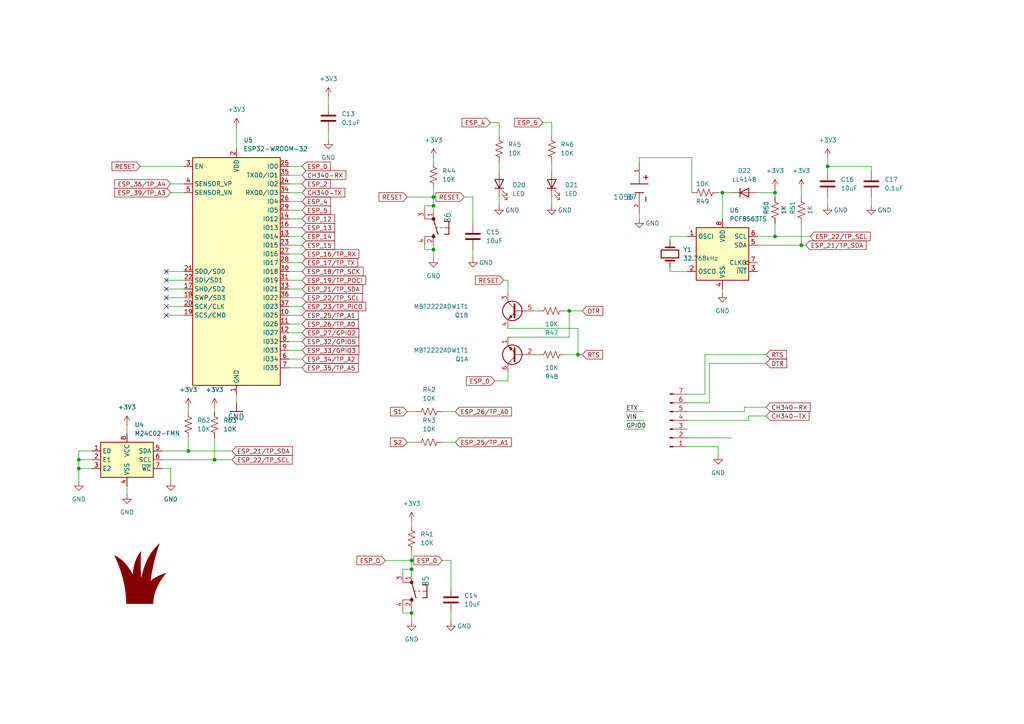
<source format=kicad_sch>
(kicad_sch (version 20231120) (generator "eeschema") (generator_version "8.0")
  (paper "A4")
  (lib_symbols
    (symbol "1506:1056" (pin_names (offset 1.016) hide)
      (property "Reference" "B6" (at 2.54 -3.81 90))
      (property "Value" "1056" (at 2.54 -7.62 90))
      (symbol "1056_0_0"
        (polyline (pts (xy -3.81 1.905) (xy -2.54 1.905)) (stroke (width 0.254)))
        (polyline (pts (xy -3.175 2.54) (xy -3.175 1.27)) (stroke (width 0.254)))
        (polyline (pts (xy -1.27 0) (xy -2.54 0)) (stroke (width 0.1524)))
        (polyline (pts (xy -1.27 0) (xy -1.27 -2.54)) (stroke (width 0.254)))
        (polyline (pts (xy -1.27 2.54) (xy -1.27 0)) (stroke (width 0.254)))
        (polyline (pts (xy 1.27 0) (xy 1.27 -1.27)) (stroke (width 0.254)))
        (polyline (pts (xy 1.27 0) (xy 2.54 0)) (stroke (width 0.1524)))
        (polyline (pts (xy 1.27 1.27) (xy 1.27 0)) (stroke (width 0.254)))
        (polyline (pts (xy 3.81 1.905) (xy 2.54 1.905)) (stroke (width 0.254)))
        (pin passive line (at -7.62 0 0) (length 5.08) (name "~") (number "1"))
        (pin passive line (at 7.62 0 180) (length 5.08) (name "~") (number "2"))
      )
    )
    (symbol "Connector:Conn_01x07_Pin" (pin_names (offset 1.016) hide)
      (property "Reference" "J" (at 0 10.16 0))
      (property "Value" "Conn_01x07_Pin" (at 0 -10.16 0))
      (symbol "Conn_01x07_Pin_1_1"
        (polyline (pts (xy 1.27 -7.62) (xy 0.8636 -7.62)) (stroke (width 0.1524)))
        (polyline (pts (xy 1.27 -5.08) (xy 0.8636 -5.08)) (stroke (width 0.1524)))
        (polyline (pts (xy 1.27 -2.54) (xy 0.8636 -2.54)) (stroke (width 0.1524)))
        (polyline (pts (xy 1.27 0) (xy 0.8636 0)) (stroke (width 0.1524)))
        (polyline (pts (xy 1.27 2.54) (xy 0.8636 2.54)) (stroke (width 0.1524)))
        (polyline (pts (xy 1.27 5.08) (xy 0.8636 5.08)) (stroke (width 0.1524)))
        (polyline (pts (xy 1.27 7.62) (xy 0.8636 7.62)) (stroke (width 0.1524)))
        (rectangle (start 0.8636 -7.493) (end 0 -7.747) (stroke (width 0.1524)) (fill (type outline)))
        (rectangle (start 0.8636 -4.953) (end 0 -5.207) (stroke (width 0.1524)) (fill (type outline)))
        (rectangle (start 0.8636 -2.413) (end 0 -2.667) (stroke (width 0.1524)) (fill (type outline)))
        (rectangle (start 0.8636 0.127) (end 0 -0.127) (stroke (width 0.1524)) (fill (type outline)))
        (rectangle (start 0.8636 2.667) (end 0 2.413) (stroke (width 0.1524)) (fill (type outline)))
        (rectangle (start 0.8636 5.207) (end 0 4.953) (stroke (width 0.1524)) (fill (type outline)))
        (rectangle (start 0.8636 7.747) (end 0 7.493) (stroke (width 0.1524)) (fill (type outline)))
        (pin passive line (at 5.08 7.62 180) (length 3.81) (name "Pin_1") (number "1"))
        (pin passive line (at 5.08 5.08 180) (length 3.81) (name "Pin_2") (number "2"))
        (pin passive line (at 5.08 2.54 180) (length 3.81) (name "Pin_3") (number "3"))
        (pin passive line (at 5.08 0 180) (length 3.81) (name "Pin_4") (number "4"))
        (pin passive line (at 5.08 -2.54 180) (length 3.81) (name "Pin_5") (number "5"))
        (pin passive line (at 5.08 -5.08 180) (length 3.81) (name "Pin_6") (number "6"))
        (pin passive line (at 5.08 -7.62 180) (length 3.81) (name "Pin_7") (number "7"))
      )
    )
    (symbol "Device:C" (pin_numbers hide) (pin_names (offset 0.254))
      (property "Reference" "C" (at 0.635 2.54 0))
      (property "Value" "C" (at 0.635 -2.54 0))
      (symbol "C_0_1"
        (polyline (pts (xy -2.032 -0.762) (xy 2.032 -0.762)) (stroke (width 0.508)))
        (polyline (pts (xy -2.032 0.762) (xy 2.032 0.762)) (stroke (width 0.508)))
      )
      (symbol "C_1_1"
        (pin passive line (at 0 3.81 270) (length 2.794) (name "~") (number "1"))
        (pin passive line (at 0 -3.81 90) (length 2.794) (name "~") (number "2"))
      )
    )
    (symbol "Device:Crystal" (pin_numbers hide) (pin_names (offset 1.016) hide)
      (property "Reference" "Y" (at 0 3.81 0))
      (property "Value" "Crystal" (at 0 -3.81 0))
      (symbol "Crystal_0_1"
        (rectangle (start -1.143 2.54) (end 1.143 -2.54) (stroke (width 0.3048)))
        (polyline (pts (xy -2.54 0) (xy -1.905 0)))
        (polyline (pts (xy -1.905 -1.27) (xy -1.905 1.27)) (stroke (width 0.508)))
        (polyline (pts (xy 1.905 -1.27) (xy 1.905 1.27)) (stroke (width 0.508)))
        (polyline (pts (xy 2.54 0) (xy 1.905 0)))
      )
      (symbol "Crystal_1_1"
        (pin passive line (at -3.81 0 0) (length 1.27) (name "1") (number "1"))
        (pin passive line (at 3.81 0 180) (length 1.27) (name "2") (number "2"))
      )
    )
    (symbol "Device:LED" (pin_numbers hide) (pin_names (offset 1.016) hide)
      (property "Reference" "D" (at 0 2.54 0))
      (property "Value" "LED" (at 0 -2.54 0))
      (symbol "LED_0_1"
        (polyline (pts (xy -1.27 -1.27) (xy -1.27 1.27)) (stroke (width 0.254)))
        (polyline (pts (xy -1.27 0) (xy 1.27 0)))
        (polyline (pts (xy 1.27 -1.27) (xy 1.27 1.27) (xy -1.27 0) (xy 1.27 -1.27)) (stroke (width 0.254)))
        (polyline (pts (xy -3.048 -0.762) (xy -4.572 -2.286) (xy -3.81 -2.286) (xy -4.572 -2.286) (xy -4.572 -1.524)))
        (polyline (pts (xy -1.778 -0.762) (xy -3.302 -2.286) (xy -2.54 -2.286) (xy -3.302 -2.286) (xy -3.302 -1.524)))
      )
      (symbol "LED_1_1"
        (pin passive line (at -3.81 0 0) (length 2.54) (name "K") (number "1"))
        (pin passive line (at 3.81 0 180) (length 2.54) (name "A") (number "2"))
      )
    )
    (symbol "Device:R_US" (pin_numbers hide) (pin_names (offset 0))
      (property "Reference" "R" (at 2.54 0 90))
      (property "Value" "R_US" (at -2.54 0 90))
      (symbol "R_US_0_1"
        (polyline (pts (xy 0 -2.286) (xy 0 -2.54)))
        (polyline (pts (xy 0 2.286) (xy 0 2.54)))
        (polyline (pts (xy 0 -0.762) (xy 1.016 -1.143) (xy 0 -1.524) (xy -1.016 -1.905) (xy 0 -2.286)))
        (polyline (pts (xy 0 0.762) (xy 1.016 0.381) (xy 0 0) (xy -1.016 -0.381) (xy 0 -0.762)))
        (polyline (pts (xy 0 2.286) (xy 1.016 1.905) (xy 0 1.524) (xy -1.016 1.143) (xy 0 0.762)))
      )
      (symbol "R_US_1_1"
        (pin passive line (at 0 3.81 270) (length 1.27) (name "~") (number "1"))
        (pin passive line (at 0 -3.81 90) (length 1.27) (name "~") (number "2"))
      )
    )
    (symbol "Diode:LL4148" (pin_numbers hide) (pin_names hide)
      (property "Reference" "D" (at 0 2.54 0))
      (property "Value" "LL4148" (at 0 -2.54 0))
      (symbol "LL4148_0_1"
        (polyline (pts (xy -1.27 1.27) (xy -1.27 -1.27)) (stroke (width 0.254)))
        (polyline (pts (xy 1.27 0) (xy -1.27 0)))
        (polyline (pts (xy 1.27 1.27) (xy 1.27 -1.27) (xy -1.27 0) (xy 1.27 1.27)) (stroke (width 0.254)))
      )
      (symbol "LL4148_1_1"
        (pin passive line (at -3.81 0 0) (length 2.54) (name "K") (number "1"))
        (pin passive line (at 3.81 0 180) (length 2.54) (name "A") (number "2"))
      )
    )
    (symbol "LawnLog:LOGO" (pin_names (offset 1.016))
      (symbol "LOGO_0_0"
        (polyline (pts (xy 3.7593 -8.6532) (xy 3.76 -8.6492) (xy 3.768 -8.5752) (xy 3.7774 -8.4466) (xy 3.7871 -8.2804) (xy 3.7958 -8.0935) (xy 3.8174 -7.7677) (xy 3.8861 -7.2066) (xy 3.9937 -6.6165) (xy 4.1366 -6.0153) (xy 4.3114 -5.421) (xy 4.3476 -5.3112) (xy 4.6233 -4.5679) (xy 4.9553 -3.8078) (xy 5.3355 -3.0452) (xy 5.756 -2.2944) (xy 6.2089 -1.5698) (xy 6.6861 -0.8857) (xy 7.1798 -0.2565) (xy 7.2053 -0.2259) (xy 7.3116 -0.0943) (xy 7.3929 0.0124) (xy 7.4414 0.084) (xy 7.4498 0.1101) (xy 7.444 0.1097) (xy 7.377 0.0932) (xy 7.2569 0.0566) (xy 7.0969 0.0043) (xy 6.9101 -0.0591) (xy 6.7097 -0.129) (xy 6.5088 -0.2011) (xy 6.3208 -0.2707) (xy 6.1586 -0.3333) (xy 6.0864 -0.3623) (xy 5.3117 -0.7073) (xy 4.5738 -1.0983) (xy 3.8831 -1.5294) (xy 3.2498 -1.9947) (xy 3.1944 -2.0387) (xy 3.0902 -2.1193) (xy 3.0165 -2.1734) (xy 2.9864 -2.1911) (xy 2.9868 -2.1717) (xy 2.9959 -2.0892) (xy 3.0139 -1.9516) (xy 3.0392 -1.7694) (xy 3.0703 -1.5526) (xy 3.1057 -1.3118) (xy 3.1437 -1.057) (xy 3.183 -0.7987) (xy 3.2219 -0.5471) (xy 3.259 -0.3125) (xy 3.2927 -0.1052) (xy 3.3214 0.0646) (xy 3.3395 0.1674) (xy 3.5415 1.2445) (xy 3.7652 2.3189) (xy 4.0082 3.3807) (xy 4.2677 4.4196) (xy 4.5412 5.4257) (xy 4.826 6.3887) (xy 5.1194 7.2986) (xy 5.419 8.1453) (xy 5.4571 8.2487) (xy 5.5182 8.4191) (xy 5.5655 8.5573) (xy 5.595 8.651) (xy 5.6025 8.6881) (xy 5.5993 8.6882) (xy 5.5576 8.6579) (xy 5.4753 8.5841) (xy 5.3604 8.4748) (xy 5.2208 8.3382) (xy 5.0644 8.1821) (xy 4.8991 8.0146) (xy 4.7329 7.8436) (xy 4.5737 7.6773) (xy 4.4293 7.5236) (xy 4.3077 7.3905) (xy 4.2168 7.286) (xy 4.0706 7.1079) (xy 3.4832 6.3321) (xy 2.94 5.5125) (xy 2.4396 4.6459) (xy 1.9805 3.7295) (xy 1.5614 2.7601) (xy 1.1809 1.7348) (xy 0.8374 0.6506) (xy 0.5297 -0.4955) (xy 0.5014 -0.6107) (xy 0.4467 -0.8385) (xy 0.3997 -1.0401) (xy 0.363 -1.2041) (xy 0.339 -1.3193) (xy 0.3305 -1.3746) (xy 0.3241 -1.4135) (xy 0.2977 -1.4113) (xy 0.2849 -1.3798) (xy 0.2664 -1.2773) (xy 0.2475 -1.1129) (xy 0.2287 -0.8932) (xy 0.2102 -0.625) (xy 0.1924 -0.315) (xy 0.1757 0.0302) (xy 0.1604 0.4038) (xy 0.1468 0.7992) (xy 0.1353 1.2095) (xy 0.1263 1.6282) (xy 0.12 2.0485) (xy 0.1184 2.2027) (xy 0.1151 2.9522) (xy 0.1204 3.6392) (xy 0.1345 4.2725) (xy 0.1576 4.8607) (xy 0.1902 5.4127) (xy 0.2323 5.9371) (xy 0.2363 5.9818) (xy 0.2516 6.1549) (xy 0.2631 6.2951) (xy 0.27 6.3891) (xy 0.271 6.4234) (xy 0.2535 6.4097) (xy 0.1985 6.3467) (xy 0.1161 6.2429) (xy 0.015 6.1099) (xy -0.0964 5.9592) (xy -0.2093 5.8024) (xy -0.3152 5.651) (xy -0.4054 5.5165) (xy -0.6768 5.0682) (xy -1.0207 4.3924) (xy -1.3212 3.6648) (xy -1.5765 2.891) (xy -1.7849 2.0767) (xy -1.9444 1.2274) (xy -2.0535 0.3487) (xy -2.0692 0.1834) (xy -2.0871 0.0029) (xy -2.1026 -0.1474) (xy -2.1137 -0.2462) (xy -2.1329 -0.4006) (xy -2.4001 0.1209) (xy -2.8304 0.901) (xy -3.3416 1.6964) (xy -3.8958 2.4326) (xy -4.4936 3.1103) (xy -5.1352 3.7297) (xy -5.8212 4.2914) (xy -6.5519 4.7958) (xy -6.6748 4.8718) (xy -6.8341 4.9669) (xy -6.9975 5.0616) (xy -7.1516 5.1483) (xy -7.283 5.2196) (xy -7.3783 5.2678) (xy -7.4241 5.2856) (xy -7.4218 5.2698) (xy -7.3943 5.1986) (xy -7.3429 5.0799) (xy -7.2723 4.9248) (xy -7.1873 4.7442) (xy -6.6453 3.5432) (xy -6.1269 2.2524) (xy -5.6559 0.9259) (xy -5.2368 -0.4228) (xy -4.8742 -1.78) (xy -4.5724 -3.1321) (xy -4.5196 -3.4025) (xy -4.391 -4.1276) (xy -4.278 -4.8641) (xy -4.1823 -5.5987) (xy -4.1051 -6.3179) (xy -4.0482 -7.0083) (xy -4.0129 -7.6564) (xy -4.0009 -8.2489) (xy -4.0009 -8.7358) (xy -0.1292 -8.7358) (xy 3.7425 -8.7358) (xy 3.7593 -8.6532)) (stroke (width 0.01)) (fill (type outline)))
      )
    )
    (symbol "Memory_EEPROM:M24C02-FMN"
      (property "Reference" "U" (at -6.35 6.35 0))
      (property "Value" "M24C02-FMN" (at 7.62 6.35 0))
      (symbol "M24C02-FMN_0_1"
        (rectangle (start -7.62 5.08) (end 7.62 -5.08) (stroke (width 0.254)) (fill (type background)))
      )
      (symbol "M24C02-FMN_1_1"
        (pin input line (at -10.16 2.54 0) (length 2.54) (name "E0") (number "1"))
        (pin input line (at -10.16 0 0) (length 2.54) (name "E1") (number "2"))
        (pin input line (at -10.16 -2.54 0) (length 2.54) (name "E2") (number "3"))
        (pin power_in line (at 0 -7.62 90) (length 2.54) (name "VSS") (number "4"))
        (pin bidirectional line (at 10.16 2.54 180) (length 2.54) (name "SDA") (number "5"))
        (pin input line (at 10.16 0 180) (length 2.54) (name "SCL") (number "6"))
        (pin input line (at 10.16 -2.54 180) (length 2.54) (name "~{WC}") (number "7"))
        (pin power_in line (at 0 7.62 270) (length 2.54) (name "VCC") (number "8"))
      )
    )
    (symbol "RF_Module:ESP32-WROOM-32"
      (property "Reference" "U" (at -12.7 34.29 0))
      (property "Value" "ESP32-WROOM-32" (at 1.27 34.29 0))
      (symbol "ESP32-WROOM-32_0_1"
        (rectangle (start -12.7 33.02) (end 12.7 -33.02) (stroke (width 0.254)) (fill (type background)))
      )
      (symbol "ESP32-WROOM-32_1_1"
        (pin power_in line (at 0 -35.56 90) (length 2.54) (name "GND") (number "1"))
        (pin bidirectional line (at 15.24 -12.7 180) (length 2.54) (name "IO25") (number "10"))
        (pin bidirectional line (at 15.24 -15.24 180) (length 2.54) (name "IO26") (number "11"))
        (pin bidirectional line (at 15.24 -17.78 180) (length 2.54) (name "IO27") (number "12"))
        (pin bidirectional line (at 15.24 10.16 180) (length 2.54) (name "IO14") (number "13"))
        (pin bidirectional line (at 15.24 15.24 180) (length 2.54) (name "IO12") (number "14"))
        (pin passive line (at 0 -35.56 90) (length 2.54) hide (name "GND") (number "15"))
        (pin bidirectional line (at 15.24 12.7 180) (length 2.54) (name "IO13") (number "16"))
        (pin bidirectional line (at -15.24 -5.08 0) (length 2.54) (name "SHD/SD2") (number "17"))
        (pin bidirectional line (at -15.24 -7.62 0) (length 2.54) (name "SWP/SD3") (number "18"))
        (pin bidirectional line (at -15.24 -12.7 0) (length 2.54) (name "SCS/CMD") (number "19"))
        (pin power_in line (at 0 35.56 270) (length 2.54) (name "VDD") (number "2"))
        (pin bidirectional line (at -15.24 -10.16 0) (length 2.54) (name "SCK/CLK") (number "20"))
        (pin bidirectional line (at -15.24 0 0) (length 2.54) (name "SDO/SD0") (number "21"))
        (pin bidirectional line (at -15.24 -2.54 0) (length 2.54) (name "SDI/SD1") (number "22"))
        (pin bidirectional line (at 15.24 7.62 180) (length 2.54) (name "IO15") (number "23"))
        (pin bidirectional line (at 15.24 25.4 180) (length 2.54) (name "IO2") (number "24"))
        (pin bidirectional line (at 15.24 30.48 180) (length 2.54) (name "IO0") (number "25"))
        (pin bidirectional line (at 15.24 20.32 180) (length 2.54) (name "IO4") (number "26"))
        (pin bidirectional line (at 15.24 5.08 180) (length 2.54) (name "IO16") (number "27"))
        (pin bidirectional line (at 15.24 2.54 180) (length 2.54) (name "IO17") (number "28"))
        (pin bidirectional line (at 15.24 17.78 180) (length 2.54) (name "IO5") (number "29"))
        (pin input line (at -15.24 30.48 0) (length 2.54) (name "EN") (number "3"))
        (pin bidirectional line (at 15.24 0 180) (length 2.54) (name "IO18") (number "30"))
        (pin bidirectional line (at 15.24 -2.54 180) (length 2.54) (name "IO19") (number "31"))
        (pin no_connect line (at -12.7 -27.94 0) (length 2.54) hide (name "NC") (number "32"))
        (pin bidirectional line (at 15.24 -5.08 180) (length 2.54) (name "IO21") (number "33"))
        (pin bidirectional line (at 15.24 22.86 180) (length 2.54) (name "RXD0/IO3") (number "34"))
        (pin bidirectional line (at 15.24 27.94 180) (length 2.54) (name "TXD0/IO1") (number "35"))
        (pin bidirectional line (at 15.24 -7.62 180) (length 2.54) (name "IO22") (number "36"))
        (pin bidirectional line (at 15.24 -10.16 180) (length 2.54) (name "IO23") (number "37"))
        (pin passive line (at 0 -35.56 90) (length 2.54) hide (name "GND") (number "38"))
        (pin passive line (at 0 -35.56 90) (length 2.54) hide (name "GND") (number "39"))
        (pin input line (at -15.24 25.4 0) (length 2.54) (name "SENSOR_VP") (number "4"))
        (pin input line (at -15.24 22.86 0) (length 2.54) (name "SENSOR_VN") (number "5"))
        (pin input line (at 15.24 -25.4 180) (length 2.54) (name "IO34") (number "6"))
        (pin input line (at 15.24 -27.94 180) (length 2.54) (name "IO35") (number "7"))
        (pin bidirectional line (at 15.24 -20.32 180) (length 2.54) (name "IO32") (number "8"))
        (pin bidirectional line (at 15.24 -22.86 180) (length 2.54) (name "IO33") (number "9"))
      )
    )
    (symbol "SPST_TACTEVQQ2_1"
      (property "Reference" "B1" (at -5.08 -1.27 90))
      (symbol "SPST_TACTEVQQ2_1_1_0"
        (circle (center 0 -2.54) (radius 0.127) (stroke (width 0.4064)))
        (polyline (pts (xy -4.445 -1.905) (xy -3.175 -1.905)) (stroke (width 0.254)))
        (polyline (pts (xy -4.445 0) (xy -4.445 -1.905)) (stroke (width 0.254)))
        (polyline (pts (xy -4.445 0) (xy -3.175 0)) (stroke (width 0.1524)))
        (polyline (pts (xy -4.445 1.905) (xy -4.445 0)) (stroke (width 0.254)))
        (polyline (pts (xy -4.445 1.905) (xy -3.175 1.905)) (stroke (width 0.254)))
        (polyline (pts (xy -2.54 0) (xy -1.905 0)) (stroke (width 0.1524)))
        (polyline (pts (xy -1.27 0) (xy -0.635 0)) (stroke (width 0.1524)))
        (polyline (pts (xy 0 -2.54) (xy -1.27 1.905)) (stroke (width 0.254)))
        (polyline (pts (xy 0 1.905) (xy 0 2.54)) (stroke (width 0.254)))
        (polyline (pts (xy 2.54 -2.54) (xy 0 -2.54)) (stroke (width 0.1524)))
        (polyline (pts (xy 2.54 2.54) (xy 0 2.54)) (stroke (width 0.1524)))
        (circle (center 0 2.54) (radius 0.127) (stroke (width 0.4064)))
        (pin passive line (at 0 -5.08 90) (length 2.54) (name "1") (number "1"))
        (pin passive line (at 0 5.08 270) (length 2.54) (name "2") (number "2"))
        (pin passive line (at 2.54 -5.08 90) (length 2.54) (name "3") (number "3"))
        (pin passive line (at 2.54 5.08 270) (length 2.54) (name "4") (number "4"))
      )
    )
    (symbol "Timer_RTC:PCF8563TS"
      (property "Reference" "U" (at -7.62 8.89 0))
      (property "Value" "PCF8563TS" (at 2.54 8.89 0))
      (symbol "PCF8563TS_0_1"
        (rectangle (start -7.62 7.62) (end 7.62 -7.62) (stroke (width 0.254)) (fill (type background)))
      )
      (symbol "PCF8563TS_1_1"
        (pin input line (at -10.16 5.08 0) (length 2.54) (name "OSCI") (number "1"))
        (pin output line (at -10.16 -5.08 0) (length 2.54) (name "OSCO") (number "2"))
        (pin output line (at 10.16 -5.08 180) (length 2.54) (name "~{INT}") (number "3"))
        (pin power_in line (at 0 -10.16 90) (length 2.54) (name "VSS") (number "4"))
        (pin bidirectional line (at 10.16 2.54 180) (length 2.54) (name "SDA") (number "5"))
        (pin input line (at 10.16 5.08 180) (length 2.54) (name "SCL") (number "6"))
        (pin output clock (at 10.16 -2.54 180) (length 2.54) (name "CLKO") (number "7"))
        (pin power_in line (at 0 10.16 270) (length 2.54) (name "VDD") (number "8"))
      )
    )
    (symbol "Transistor_BJT:MBT2222ADW1T1" (pin_names (offset 0) hide)
      (property "Reference" "Q" (at 5.08 1.27 0))
      (property "Value" "MBT2222ADW1T1" (at 5.08 -1.27 0))
      (symbol "MBT2222ADW1T1_0_1"
        (polyline (pts (xy 0.635 0) (xy -2.54 0)))
        (polyline (pts (xy 0.635 0.635) (xy 2.54 2.54)))
        (polyline (pts (xy 0.635 -0.635) (xy 2.54 -2.54) (xy 2.54 -2.54)))
        (polyline (pts (xy 0.635 1.905) (xy 0.635 -1.905) (xy 0.635 -1.905)) (stroke (width 0.508)))
        (polyline (pts (xy 1.27 -1.778) (xy 1.778 -1.27) (xy 2.286 -2.286) (xy 1.27 -1.778) (xy 1.27 -1.778)) (fill (type outline)))
        (circle (center 1.27 0) (radius 2.8194) (stroke (width 0.254)))
      )
      (symbol "MBT2222ADW1T1_1_1"
        (pin passive line (at 2.54 -5.08 90) (length 2.54) (name "E1") (number "1"))
        (pin input line (at -5.08 0 0) (length 2.54) (name "B1") (number "2"))
        (pin passive line (at 2.54 5.08 270) (length 2.54) (name "C1") (number "6"))
      )
      (symbol "MBT2222ADW1T1_2_1"
        (pin passive line (at 2.54 5.08 270) (length 2.54) (name "C2") (number "3"))
        (pin passive line (at 2.54 -5.08 90) (length 2.54) (name "E2") (number "4"))
        (pin input line (at -5.08 0 0) (length 2.54) (name "B2") (number "5"))
      )
    )
    (symbol "o-eagle-import:GND" (power)
      (property "Value" "GND" (at -2.54 -2.54 0))
      (symbol "GND_1_0"
        (polyline (pts (xy -1.905 0) (xy 1.905 0)) (stroke (width 0.254)))
        (pin power_in line (at 0 2.54 270) (length 2.54) (name "GND") (number "1"))
      )
    )
    (symbol "power:+3V3" (power) (pin_numbers hide) (pin_names (offset 0) hide)
      (property "Value" "+3V3" (at 0 3.556 0))
      (symbol "+3V3_0_1"
        (polyline (pts (xy -0.762 1.27) (xy 0 2.54)))
        (polyline (pts (xy 0 0) (xy 0 2.54)))
        (polyline (pts (xy 0 2.54) (xy 0.762 1.27)))
      )
      (symbol "+3V3_1_1"
        (pin power_in line (at 0 0 90) (length 0) (name "~") (number "1"))
      )
    )
    (symbol "power:GND" (power) (pin_numbers hide) (pin_names (offset 0) hide)
      (property "Value" "GND" (at 0 -3.81 0))
      (symbol "GND_0_1"
        (polyline (pts (xy 0 0) (xy 0 -1.27) (xy 1.27 -1.27) (xy 0 -2.54) (xy -1.27 -1.27) (xy 0 -1.27)))
      )
      (symbol "GND_1_1"
        (pin power_in line (at 0 0 270) (length 0) (name "~") (number "1"))
      )
    )
  )
  (junction (at 22.86 135.89))
  (junction (at 167.64 102.87))
  (junction (at 240.03 48.26))
  (junction (at 125.73 59.69))
  (junction (at 119.38 162.56))
  (junction (at 165.1 90.17))
  (junction (at 209.55 55.88))
  (junction (at 232.41 71.12))
  (junction (at 224.79 68.58))
  (junction (at 22.86 133.35))
  (junction (at 54.61 130.81))
  (junction (at 119.38 177.8))
  (junction (at 224.79 55.88))
  (junction (at 62.23 133.35))
  (junction (at 119.38 165.1))
  (junction (at 125.73 72.39))
  (junction (at 125.73 57.15))
  (no_connect (at 48.26 83.82))
  (no_connect (at 48.26 81.28))
  (no_connect (at 48.26 91.44))
  (no_connect (at 48.26 86.36))
  (no_connect (at 48.26 88.9))
  (no_connect (at 48.26 78.74))
  (wire (pts (xy 252.73 49.53) (xy 252.73 48.26)))
  (wire (pts (xy 83.82 53.34) (xy 87.63 53.34)))
  (wire (pts (xy 199.39 68.58) (xy 194.31 68.58)))
  (wire (pts (xy 130.81 162.56) (xy 130.81 170.18)))
  (wire (pts (xy 62.23 127) (xy 62.23 133.35)))
  (wire (pts (xy 147.32 85.09) (xy 147.32 81.28)))
  (wire (pts (xy 116.84 177.8) (xy 119.38 177.8)))
  (wire (pts (xy 68.58 36.83) (xy 68.58 43.18)))
  (wire (pts (xy 46.99 133.35) (xy 62.23 133.35)))
  (wire (pts (xy 83.82 66.04) (xy 87.63 66.04)))
  (wire (pts (xy 54.61 130.81) (xy 67.31 130.81)))
  (wire (pts (xy 48.26 81.28) (xy 53.34 81.28)))
  (wire (pts (xy 147.32 81.28) (xy 146.05 81.28)))
  (wire (pts (xy 49.53 53.34) (xy 53.34 53.34)))
  (wire (pts (xy 156.21 102.87) (xy 154.94 102.87)))
  (wire (pts (xy 83.82 78.74) (xy 87.63 78.74)))
  (wire (pts (xy 22.86 133.35) (xy 22.86 135.89)))
  (wire (pts (xy 116.84 165.1) (xy 119.38 165.1)))
  (wire (pts (xy 215.9 119.38) (xy 199.39 119.38)))
  (wire (pts (xy 160.02 46.99) (xy 160.02 49.53)))
  (wire (pts (xy 205.74 105.41) (xy 205.74 116.84)))
  (wire (pts (xy 123.19 71.12) (xy 123.19 72.39)))
  (wire (pts (xy 22.86 135.89) (xy 26.67 135.89)))
  (wire (pts (xy 200.66 45.72) (xy 200.66 55.88)))
  (wire (pts (xy 185.42 62.23) (xy 185.42 63.5)))
  (wire (pts (xy 46.99 135.89) (xy 49.53 135.89)))
  (wire (pts (xy 83.82 96.52) (xy 87.63 96.52)))
  (wire (pts (xy 232.41 64.77) (xy 232.41 71.12)))
  (wire (pts (xy 240.03 48.26) (xy 240.03 49.53)))
  (wire (pts (xy 83.82 88.9) (xy 87.63 88.9)))
  (wire (pts (xy 194.31 78.74) (xy 194.31 77.47)))
  (wire (pts (xy 119.38 177.8) (xy 119.38 180.34)))
  (wire (pts (xy 204.47 114.3) (xy 199.39 114.3)))
  (wire (pts (xy 62.23 118.11) (xy 62.23 119.38)))
  (wire (pts (xy 83.82 101.6) (xy 87.63 101.6)))
  (wire (pts (xy 83.82 91.44) (xy 87.63 91.44)))
  (wire (pts (xy 168.91 90.17) (xy 165.1 90.17)))
  (wire (pts (xy 125.73 45.72) (xy 125.73 46.99)))
  (wire (pts (xy 48.26 78.74) (xy 53.34 78.74)))
  (wire (pts (xy 54.61 118.11) (xy 54.61 119.38)))
  (wire (pts (xy 137.16 72.39) (xy 137.16 74.93)))
  (wire (pts (xy 222.25 118.11) (xy 215.9 118.11)))
  (wire (pts (xy 252.73 48.26) (xy 240.03 48.26)))
  (wire (pts (xy 83.82 86.36) (xy 87.63 86.36)))
  (wire (pts (xy 83.82 83.82) (xy 87.63 83.82)))
  (wire (pts (xy 48.26 88.9) (xy 53.34 88.9)))
  (wire (pts (xy 116.84 166.37) (xy 116.84 165.1)))
  (wire (pts (xy 232.41 54.61) (xy 232.41 57.15)))
  (wire (pts (xy 128.27 119.38) (xy 132.08 119.38)))
  (wire (pts (xy 125.73 71.12) (xy 125.73 72.39)))
  (wire (pts (xy 144.78 46.99) (xy 144.78 49.53)))
  (wire (pts (xy 68.58 114.3) (xy 68.58 116.84)))
  (wire (pts (xy 118.11 128.27) (xy 120.65 128.27)))
  (wire (pts (xy 147.32 107.95) (xy 147.32 110.49)))
  (wire (pts (xy 48.26 83.82) (xy 53.34 83.82)))
  (wire (pts (xy 160.02 35.56) (xy 157.48 35.56)))
  (wire (pts (xy 118.11 57.15) (xy 125.73 57.15)))
  (wire (pts (xy 83.82 104.14) (xy 87.63 104.14)))
  (wire (pts (xy 224.79 64.77) (xy 224.79 68.58)))
  (wire (pts (xy 83.82 60.96) (xy 87.63 60.96)))
  (wire (pts (xy 186.69 124.46) (xy 181.61 124.46)))
  (wire (pts (xy 144.78 39.37) (xy 144.78 35.56)))
  (wire (pts (xy 224.79 68.58) (xy 234.95 68.58)))
  (wire (pts (xy 83.82 58.42) (xy 87.63 58.42)))
  (wire (pts (xy 219.71 55.88) (xy 224.79 55.88)))
  (wire (pts (xy 83.82 93.98) (xy 87.63 93.98)))
  (wire (pts (xy 222.25 102.87) (xy 204.47 102.87)))
  (wire (pts (xy 167.64 102.87) (xy 167.64 95.25)))
  (wire (pts (xy 83.82 50.8) (xy 87.63 50.8)))
  (wire (pts (xy 165.1 90.17) (xy 163.83 90.17)))
  (wire (pts (xy 48.26 91.44) (xy 53.34 91.44)))
  (wire (pts (xy 128.27 128.27) (xy 132.08 128.27)))
  (wire (pts (xy 54.61 127) (xy 54.61 130.81)))
  (wire (pts (xy 165.1 97.79) (xy 165.1 90.17)))
  (wire (pts (xy 168.91 102.87) (xy 167.64 102.87)))
  (wire (pts (xy 119.38 151.13) (xy 119.38 152.4)))
  (wire (pts (xy 252.73 57.15) (xy 252.73 59.69)))
  (wire (pts (xy 83.82 99.06) (xy 87.63 99.06)))
  (wire (pts (xy 147.32 95.25) (xy 167.64 95.25)))
  (wire (pts (xy 199.39 121.92) (xy 217.17 121.92)))
  (wire (pts (xy 232.41 71.12) (xy 233.68 71.12)))
  (wire (pts (xy 147.32 110.49) (xy 143.51 110.49)))
  (wire (pts (xy 167.64 102.87) (xy 163.83 102.87)))
  (wire (pts (xy 199.39 129.54) (xy 208.28 129.54)))
  (wire (pts (xy 160.02 57.15) (xy 160.02 59.69)))
  (wire (pts (xy 137.16 57.15) (xy 137.16 64.77)))
  (wire (pts (xy 40.64 48.26) (xy 53.34 48.26)))
  (wire (pts (xy 224.79 54.61) (xy 224.79 55.88)))
  (wire (pts (xy 125.73 72.39) (xy 125.73 74.93)))
  (wire (pts (xy 208.28 55.88) (xy 209.55 55.88)))
  (wire (pts (xy 116.84 176.53) (xy 116.84 177.8)))
  (wire (pts (xy 194.31 78.74) (xy 199.39 78.74)))
  (wire (pts (xy 209.55 83.82) (xy 209.55 85.09)))
  (wire (pts (xy 205.74 105.41) (xy 222.25 105.41)))
  (wire (pts (xy 137.16 57.15) (xy 134.62 57.15)))
  (wire (pts (xy 49.53 135.89) (xy 49.53 139.7)))
  (wire (pts (xy 36.83 140.97) (xy 36.83 143.51)))
  (wire (pts (xy 199.39 116.84) (xy 205.74 116.84)))
  (wire (pts (xy 194.31 68.58) (xy 194.31 69.85)))
  (wire (pts (xy 156.21 90.17) (xy 154.94 90.17)))
  (wire (pts (xy 147.32 97.79) (xy 165.1 97.79)))
  (wire (pts (xy 224.79 55.88) (xy 224.79 57.15)))
  (wire (pts (xy 208.28 129.54) (xy 208.28 132.08)))
  (wire (pts (xy 125.73 57.15) (xy 125.73 59.69)))
  (wire (pts (xy 46.99 130.81) (xy 54.61 130.81)))
  (wire (pts (xy 95.25 27.94) (xy 95.25 30.48)))
  (wire (pts (xy 125.73 54.61) (xy 125.73 57.15)))
  (wire (pts (xy 123.19 60.96) (xy 123.19 59.69)))
  (wire (pts (xy 186.69 121.92) (xy 181.61 121.92)))
  (wire (pts (xy 199.39 127) (xy 212.09 127)))
  (wire (pts (xy 83.82 63.5) (xy 87.63 63.5)))
  (wire (pts (xy 217.17 120.65) (xy 222.25 120.65)))
  (wire (pts (xy 83.82 55.88) (xy 87.63 55.88)))
  (wire (pts (xy 185.42 45.72) (xy 185.42 46.99)))
  (wire (pts (xy 240.03 48.26) (xy 240.03 45.72)))
  (wire (pts (xy 22.86 130.81) (xy 22.86 133.35)))
  (wire (pts (xy 119.38 165.1) (xy 119.38 166.37)))
  (wire (pts (xy 204.47 102.87) (xy 204.47 114.3)))
  (wire (pts (xy 62.23 133.35) (xy 67.31 133.35)))
  (wire (pts (xy 215.9 118.11) (xy 215.9 119.38)))
  (wire (pts (xy 111.76 162.56) (xy 119.38 162.56)))
  (wire (pts (xy 160.02 39.37) (xy 160.02 35.56)))
  (wire (pts (xy 130.81 162.56) (xy 128.27 162.56)))
  (wire (pts (xy 36.83 123.19) (xy 36.83 125.73)))
  (wire (pts (xy 83.82 71.12) (xy 87.63 71.12)))
  (wire (pts (xy 209.55 55.88) (xy 209.55 63.5)))
  (wire (pts (xy 83.82 81.28) (xy 87.63 81.28)))
  (wire (pts (xy 95.25 38.1) (xy 95.25 40.64)))
  (wire (pts (xy 83.82 73.66) (xy 87.63 73.66)))
  (wire (pts (xy 217.17 121.92) (xy 217.17 120.65)))
  (wire (pts (xy 83.82 106.68) (xy 87.63 106.68)))
  (wire (pts (xy 185.42 45.72) (xy 200.66 45.72)))
  (wire (pts (xy 212.09 55.88) (xy 209.55 55.88)))
  (wire (pts (xy 219.71 68.58) (xy 224.79 68.58)))
  (wire (pts (xy 144.78 35.56) (xy 142.24 35.56)))
  (wire (pts (xy 240.03 57.15) (xy 240.03 59.69)))
  (wire (pts (xy 83.82 76.2) (xy 87.63 76.2)))
  (wire (pts (xy 119.38 162.56) (xy 119.38 165.1)))
  (wire (pts (xy 83.82 68.58) (xy 87.63 68.58)))
  (wire (pts (xy 49.53 55.88) (xy 53.34 55.88)))
  (wire (pts (xy 22.86 133.35) (xy 26.67 133.35)))
  (wire (pts (xy 48.26 86.36) (xy 53.34 86.36)))
  (wire (pts (xy 123.19 72.39) (xy 125.73 72.39)))
  (wire (pts (xy 186.69 119.38) (xy 181.61 119.38)))
  (wire (pts (xy 22.86 135.89) (xy 22.86 139.7)))
  (wire (pts (xy 219.71 71.12) (xy 232.41 71.12)))
  (wire (pts (xy 118.11 119.38) (xy 120.65 119.38)))
  (wire (pts (xy 123.19 59.69) (xy 125.73 59.69)))
  (wire (pts (xy 119.38 176.53) (xy 119.38 177.8)))
  (wire (pts (xy 26.67 130.81) (xy 22.86 130.81)))
  (wire (pts (xy 130.81 177.8) (xy 130.81 180.34)))
  (wire (pts (xy 125.73 59.69) (xy 125.73 60.96)))
  (wire (pts (xy 83.82 48.26) (xy 87.63 48.26)))
  (wire (pts (xy 119.38 160.02) (xy 119.38 162.56)))
  (wire (pts (xy 144.78 57.15) (xy 144.78 59.69)))
  (label "GPIO0" (at 181.61 124.46 0) (effects (font (size 1.2446 1.2446))))
  (label "ETX" (at 181.61 119.38 0) (effects (font (size 1.2446 1.2446))))
  (label "VIN" (at 181.61 121.92 0) (effects (font (size 1.2446 1.2446))))
  (global_label "ESP_17{slash}TP_TX" (shape input) (at 87.63 76.2 0) (property "Intersheetrefs" "${INTERSHEET_REFS}" (effects (hide yes))))
  (global_label "ESP_35{slash}TP_A5" (shape input) (at 87.63 106.68 0) (property "Intersheetrefs" "${INTERSHEET_REFS}" (effects (hide yes))))
  (global_label "CH340-RX" (shape input) (at 222.25 118.11 0) (property "Intersheetrefs" "${INTERSHEET_REFS}" (effects (hide yes))))
  (global_label "ESP_13" (shape input) (at 87.63 66.04 0) (property "Intersheetrefs" "${INTERSHEET_REFS}" (effects (hide yes))))
  (global_label "CH340-RX" (shape input) (at 87.63 50.8 0) (property "Intersheetrefs" "${INTERSHEET_REFS}" (effects (hide yes))))
  (global_label "RESET" (shape input) (at 40.64 48.26 180) (property "Intersheetrefs" "${INTERSHEET_REFS}" (effects (hide yes))))
  (global_label "ESP_5" (shape input) (at 157.48 35.56 180) (property "Intersheetrefs" "${INTERSHEET_REFS}" (effects (hide yes))))
  (global_label "CH340-TX" (shape input) (at 87.63 55.88 0) (property "Intersheetrefs" "${INTERSHEET_REFS}" (effects (hide yes))))
  (global_label "ESP_33{slash}GPIO3" (shape input) (at 87.63 101.6 0) (property "Intersheetrefs" "${INTERSHEET_REFS}" (effects (hide yes))))
  (global_label "ESP_32{slash}GPIO5" (shape input) (at 87.63 99.06 0) (property "Intersheetrefs" "${INTERSHEET_REFS}" (effects (hide yes))))
  (global_label "ESP_19{slash}TP_POCI" (shape input) (at 87.63 81.28 0) (property "Intersheetrefs" "${INTERSHEET_REFS}" (effects (hide yes))))
  (global_label "ESP_22{slash}TP_SCL" (shape input) (at 234.95 68.58 0) (property "Intersheetrefs" "${INTERSHEET_REFS}" (effects (hide yes))))
  (global_label "RESET" (shape input) (at 134.62 57.15 180) (property "Intersheetrefs" "${INTERSHEET_REFS}" (effects (hide yes))))
  (global_label "ESP_0" (shape input) (at 111.76 162.56 180) (property "Intersheetrefs" "${INTERSHEET_REFS}" (effects (hide yes))))
  (global_label "ESP_16{slash}TP_RX" (shape input) (at 87.63 73.66 0) (property "Intersheetrefs" "${INTERSHEET_REFS}" (effects (hide yes))))
  (global_label "ESP_2" (shape input) (at 87.63 53.34 0) (property "Intersheetrefs" "${INTERSHEET_REFS}" (effects (hide yes))))
  (global_label "ESP_25{slash}TP_A1" (shape input) (at 132.08 128.27 0) (property "Intersheetrefs" "${INTERSHEET_REFS}" (effects (hide yes))))
  (global_label "ESP_25{slash}TP_A1" (shape input) (at 87.63 91.44 0) (property "Intersheetrefs" "${INTERSHEET_REFS}" (effects (hide yes))))
  (global_label "ESP_15" (shape input) (at 87.63 71.12 0) (property "Intersheetrefs" "${INTERSHEET_REFS}" (effects (hide yes))))
  (global_label "ESP_36{slash}TP_A4" (shape input) (at 49.53 53.34 180) (property "Intersheetrefs" "${INTERSHEET_REFS}" (effects (hide yes))))
  (global_label "RTS" (shape input) (at 168.91 102.87 0) (property "Intersheetrefs" "${INTERSHEET_REFS}" (effects (hide yes))))
  (global_label "ESP_4" (shape input) (at 142.24 35.56 180) (property "Intersheetrefs" "${INTERSHEET_REFS}" (effects (hide yes))))
  (global_label "ESP_4" (shape input) (at 87.63 58.42 0) (property "Intersheetrefs" "${INTERSHEET_REFS}" (effects (hide yes))))
  (global_label "ESP_23{slash}TP_PICO" (shape input) (at 87.63 88.9 0) (property "Intersheetrefs" "${INTERSHEET_REFS}" (effects (hide yes))))
  (global_label "ESP_21{slash}TP_SDA" (shape input) (at 233.68 71.12 0) (property "Intersheetrefs" "${INTERSHEET_REFS}" (effects (hide yes))))
  (global_label "ESP_39{slash}TP_A3" (shape input) (at 49.53 55.88 180) (property "Intersheetrefs" "${INTERSHEET_REFS}" (effects (hide yes))))
  (global_label "DTR" (shape input) (at 168.91 90.17 0) (property "Intersheetrefs" "${INTERSHEET_REFS}" (effects (hide yes))))
  (global_label "RTS" (shape input) (at 222.25 102.87 0) (property "Intersheetrefs" "${INTERSHEET_REFS}" (effects (hide yes))))
  (global_label "ESP_26{slash}TP_A0" (shape input) (at 132.08 119.38 0) (property "Intersheetrefs" "${INTERSHEET_REFS}" (effects (hide yes))))
  (global_label "ESP_12" (shape input) (at 87.63 63.5 0) (property "Intersheetrefs" "${INTERSHEET_REFS}" (effects (hide yes))))
  (global_label "ESP_34{slash}TP_A2" (shape input) (at 87.63 104.14 0) (property "Intersheetrefs" "${INTERSHEET_REFS}" (effects (hide yes))))
  (global_label "RESET" (shape input) (at 118.11 57.15 180) (property "Intersheetrefs" "${INTERSHEET_REFS}" (effects (hide yes))))
  (global_label "RESET" (shape input) (at 146.05 81.28 180) (property "Intersheetrefs" "${INTERSHEET_REFS}" (effects (hide yes))))
  (global_label "ESP_18{slash}TP_SCK" (shape input) (at 87.63 78.74 0) (property "Intersheetrefs" "${INTERSHEET_REFS}" (effects (hide yes))))
  (global_label "CH340-TX" (shape input) (at 222.25 120.65 0) (property "Intersheetrefs" "${INTERSHEET_REFS}" (effects (hide yes))))
  (global_label "ESP_22{slash}TP_SCL" (shape input) (at 67.31 133.35 0) (property "Intersheetrefs" "${INTERSHEET_REFS}" (effects (hide yes))))
  (global_label "ESP_0" (shape input) (at 143.51 110.49 180) (property "Intersheetrefs" "${INTERSHEET_REFS}" (effects (hide yes))))
  (global_label "DTR" (shape input) (at 222.25 105.41 0) (property "Intersheetrefs" "${INTERSHEET_REFS}" (effects (hide yes))))
  (global_label "ESP_5" (shape input) (at 87.63 60.96 0) (property "Intersheetrefs" "${INTERSHEET_REFS}" (effects (hide yes))))
  (global_label "ESP_0" (shape input) (at 128.27 162.56 180) (property "Intersheetrefs" "${INTERSHEET_REFS}" (effects (hide yes))))
  (global_label "ESP_26{slash}TP_A0" (shape input) (at 87.63 93.98 0) (property "Intersheetrefs" "${INTERSHEET_REFS}" (effects (hide yes))))
  (global_label "ESP_21{slash}TP_SDA" (shape input) (at 87.63 83.82 0) (property "Intersheetrefs" "${INTERSHEET_REFS}" (effects (hide yes))))
  (global_label "ESP_22{slash}TP_SCL" (shape input) (at 87.63 86.36 0) (property "Intersheetrefs" "${INTERSHEET_REFS}" (effects (hide yes))))
  (global_label "S1" (shape input) (at 118.11 119.38 180) (property "Intersheetrefs" "${INTERSHEET_REFS}" (effects (hide yes))))
  (global_label "ESP_21{slash}TP_SDA" (shape input) (at 67.31 130.81 0) (property "Intersheetrefs" "${INTERSHEET_REFS}" (effects (hide yes))))
  (global_label "ESP_0" (shape input) (at 87.63 48.26 0) (property "Intersheetrefs" "${INTERSHEET_REFS}" (effects (hide yes))))
  (global_label "ESP_27{slash}GPIO2" (shape input) (at 87.63 96.52 0) (property "Intersheetrefs" "${INTERSHEET_REFS}" (effects (hide yes))))
  (global_label "S2" (shape input) (at 118.11 128.27 180) (property "Intersheetrefs" "${INTERSHEET_REFS}" (effects (hide yes))))
  (global_label "ESP_14" (shape input) (at 87.63 68.58 0) (property "Intersheetrefs" "${INTERSHEET_REFS}" (effects (hide yes))))
  (symbol (lib_id "Device:LED") (at 160.02 53.34 90) (unit 1)
    (property "Reference" "D21" (at 163.83 53.6574 90) (effects (justify right)))
    (property "Value" "LED" (at 163.83 56.1974 90) (effects (justify right)))
    (property "Footprint" "LED_SMD:LED_0603_1608Metric_Pad1.05x0.95mm_HandSolder" (effects (hide yes)))
    (property "Description" "Light emitting diode" (effects (hide yes)))
  )
  (symbol (lib_id "Device:C") (at 240.03 53.34 0) (unit 1)
    (property "Reference" "C16" (at 243.84 52.0699 0) (effects (justify left)))
    (property "Value" "10uF" (at 243.84 54.6099 0) (effects (justify left)))
    (property "Footprint" "Capacitor_SMD:C_0603_1608Metric_Pad1.08x0.95mm_HandSolder" (effects (hide yes)))
    (property "Description" "Unpolarized capacitor" (effects (hide yes)))
  )
  (symbol (lib_id "Device:C") (at 95.25 34.29 0) (unit 1)
    (property "Reference" "C13" (at 99.06 33.0199 0) (effects (justify left)))
    (property "Value" "0.1uF" (at 99.06 35.5599 0) (effects (justify left)))
    (property "Footprint" "Capacitor_SMD:C_0603_1608Metric_Pad1.08x0.95mm_HandSolder" (effects (hide yes)))
    (property "Description" "Unpolarized capacitor" (effects (hide yes)))
  )
  (symbol (lib_id "power:+3V3") (at 68.58 36.83 0) (unit 1)
    (property "Reference" "#PWR032" (effects (hide yes)))
    (property "Value" "+3V3" (at 68.58 31.75 0))
    (property "Description" "Power symbol creates a global label with name \"+3V3\"" (effects (hide yes)))
  )
  (symbol (lib_id "o-eagle-import:GND") (at 68.58 119.38 0) (unit 1)
    (property "Reference" "#GND02" (effects (hide yes)))
    (property "Value" "GND" (at 66.04 121.92 0) (effects (font (size 1.778 1.5113)) (justify left bottom)))
    (property "Footprint" "o:" (effects (hide yes)))
  )
  (symbol (lib_id "Device:Crystal") (at 194.31 73.66 90) (unit 1)
    (property "Reference" "Y1" (at 198.12 72.3899 90) (effects (justify right)))
    (property "Value" "32.768kHz" (at 198.12 74.9299 90) (effects (justify right)))
    (property "Footprint" "ESC_OSC:XTAL_ECS-31B_ECS" (effects (hide yes)))
    (property "Description" "Two pin crystal" (effects (hide yes)))
  )
  (symbol (lib_id "power:+3V3") (at 224.79 54.61 0) (unit 1)
    (property "Reference" "#PWR046" (effects (hide yes)))
    (property "Value" "+3V3" (at 224.79 49.53 0))
    (property "Description" "Power symbol creates a global label with name \"+3V3\"" (effects (hide yes)))
  )
  (symbol (lib_id "Device:R_US") (at 160.02 90.17 270) (unit 1)
    (property "Reference" "R47" (at 160.02 96.52 90))
    (property "Value" "10K" (at 160.02 93.98 90))
    (property "Footprint" "Resistor_SMD:R_0603_1608Metric_Pad0.98x0.95mm_HandSolder" (effects (hide yes)))
    (property "Description" "Resistor, US symbol" (effects (hide yes)))
  )
  (symbol (lib_id "RF_Module:ESP32-WROOM-32") (at 68.58 78.74 0) (unit 1)
    (property "Reference" "U5" (at 70.5994 40.64 0) (effects (justify left)))
    (property "Value" "ESP32-WROOM-32" (at 70.5994 43.18 0) (effects (justify left)))
    (property "Footprint" "RF_Module:ESP32-WROOM-32" (effects (hide yes)))
    (property "Datasheet" "https://www.espressif.com/sites/default/files/documentation/esp32-wroom-32_datasheet_en.pdf" (effects (hide yes)))
    (property "Description" "RF Module, ESP32-D0WDQ6 SoC, Wi-Fi 802.11b/g/n, Bluetooth, BLE, 32-bit, 2.7-3.6V, onboard antenna, SMD" (effects (hide yes)))
  )
  (symbol (lib_id "Device:R_US") (at 160.02 43.18 0) (unit 1)
    (property "Reference" "R46" (at 162.56 41.9099 0) (effects (justify left)))
    (property "Value" "10K" (at 162.56 44.4499 0) (effects (justify left)))
    (property "Footprint" "Resistor_SMD:R_0603_1608Metric_Pad0.98x0.95mm_HandSolder" (effects (hide yes)))
    (property "Description" "Resistor, US symbol" (effects (hide yes)))
  )
  (symbol (lib_id "power:GND") (at 252.73 59.69 0) (unit 1)
    (property "Reference" "#PWR050" (effects (hide yes)))
    (property "Value" "GND" (at 256.54 60.96 0))
    (property "Description" "Power symbol creates a global label with name \"GND\" , ground" (effects (hide yes)))
  )
  (symbol (lib_id "Device:R_US") (at 119.38 156.21 0) (unit 1)
    (property "Reference" "R41" (at 121.92 154.9399 0) (effects (justify left)))
    (property "Value" "10K" (at 121.92 157.4799 0) (effects (justify left)))
    (property "Footprint" "Resistor_SMD:R_0603_1608Metric_Pad0.98x0.95mm_HandSolder" (effects (hide yes)))
    (property "Description" "Resistor, US symbol" (effects (hide yes)))
  )
  (symbol (lib_id "power:GND") (at 119.38 180.34 0) (unit 1)
    (property "Reference" "#PWR036" (effects (hide yes)))
    (property "Value" "GND" (at 119.38 185.42 0))
    (property "Description" "Power symbol creates a global label with name \"GND\" , ground" (effects (hide yes)))
  )
  (symbol (lib_id "Device:R_US") (at 232.41 60.96 0) (unit 1)
    (property "Reference" "R51" (at 229.87 62.23 90) (effects (justify left)))
    (property "Value" "1K" (at 234.95 62.23 90) (effects (justify left)))
    (property "Footprint" "Resistor_SMD:R_0603_1608Metric_Pad0.98x0.95mm_HandSolder" (effects (hide yes)))
    (property "Description" "Resistor, US symbol" (effects (hide yes)))
  )
  (symbol (lib_id "Diode:LL4148") (at 215.9 55.88 0) (unit 1)
    (property "Reference" "D22" (at 215.9 49.53 0))
    (property "Value" "LL4148" (at 215.9 52.07 0))
    (property "Footprint" "Diode_SMD:D_MiniMELF" (effects (hide yes)))
    (property "Datasheet" "http://www.vishay.com/docs/85557/ll4148.pdf" (effects (hide yes)))
    (property "Description" "100V 0.15A standard switching diode, MiniMELF" (effects (hide yes)))
    (property "Sim.Device" "D" (effects (hide yes)))
    (property "Sim.Pins" "1=K 2=A" (effects (hide yes)))
  )
  (symbol (lib_id "power:GND") (at 22.86 139.7 0) (unit 1)
    (property "Reference" "#PWR082" (effects (hide yes)))
    (property "Value" "GND" (at 22.86 144.78 0))
    (property "Description" "Power symbol creates a global label with name \"GND\" , ground" (effects (hide yes)))
  )
  (symbol (lib_id "power:GND") (at 209.55 85.09 0) (unit 1)
    (property "Reference" "#PWR045" (effects (hide yes)))
    (property "Value" "GND" (at 209.55 90.17 0))
    (property "Description" "Power symbol creates a global label with name \"GND\" , ground" (effects (hide yes)))
  )
  (symbol (lib_id "power:+3V3") (at 240.03 45.72 0) (mirror y) (unit 1)
    (property "Reference" "#PWR048" (effects (hide yes)))
    (property "Value" "+3V3" (at 240.03 40.64 0))
    (property "Description" "Power symbol creates a global label with name \"+3V3\"" (effects (hide yes)))
  )
  (symbol (lib_id "Device:LED") (at 144.78 53.34 90) (unit 1)
    (property "Reference" "D20" (at 148.59 53.6574 90) (effects (justify right)))
    (property "Value" "LED" (at 148.59 56.1974 90) (effects (justify right)))
    (property "Footprint" "LED_SMD:LED_0603_1608Metric_Pad1.05x0.95mm_HandSolder" (effects (hide yes)))
    (property "Description" "Light emitting diode" (effects (hide yes)))
  )
  (symbol (lib_id "power:+3V3") (at 119.38 151.13 0) (unit 1)
    (property "Reference" "#PWR035" (effects (hide yes)))
    (property "Value" "+3V3" (at 119.38 146.05 0))
    (property "Description" "Power symbol creates a global label with name \"+3V3\"" (effects (hide yes)))
  )
  (symbol (lib_id "power:+3V3") (at 36.83 123.19 0) (unit 1)
    (property "Reference" "#PWR084" (effects (hide yes)))
    (property "Value" "+3V3" (at 36.83 118.11 0))
    (property "Description" "Power symbol creates a global label with name \"+3V3\"" (effects (hide yes)))
  )
  (symbol (lib_id "power:GND") (at 208.28 132.08 0) (unit 1)
    (property "Reference" "#PWR044" (effects (hide yes)))
    (property "Value" "GND" (at 208.28 137.16 0))
    (property "Description" "Power symbol creates a global label with name \"GND\" , ground" (effects (hide yes)))
  )
  (symbol (lib_id "Device:R_US") (at 224.79 60.96 0) (unit 1)
    (property "Reference" "R50" (at 222.25 62.23 90) (effects (justify left)))
    (property "Value" "1K" (at 227.33 62.23 90) (effects (justify left)))
    (property "Footprint" "Resistor_SMD:R_0603_1608Metric_Pad0.98x0.95mm_HandSolder" (effects (hide yes)))
    (property "Description" "Resistor, US symbol" (effects (hide yes)))
  )
  (symbol (lib_id "Device:C") (at 252.73 53.34 0) (unit 1)
    (property "Reference" "C17" (at 256.54 52.0699 0) (effects (justify left)))
    (property "Value" "0.1uF" (at 256.54 54.6099 0) (effects (justify left)))
    (property "Footprint" "Capacitor_SMD:C_0603_1608Metric_Pad1.08x0.95mm_HandSolder" (effects (hide yes)))
    (property "Description" "Unpolarized capacitor" (effects (hide yes)))
  )
  (symbol (lib_id "Device:R_US") (at 204.47 55.88 90) (unit 1)
    (property "Reference" "R49" (at 205.74 58.42 90) (effects (justify left)))
    (property "Value" "10K" (at 205.74 53.34 90) (effects (justify left)))
    (property "Footprint" "Resistor_SMD:R_0603_1608Metric_Pad0.98x0.95mm_HandSolder" (effects (hide yes)))
    (property "Description" "Resistor, US symbol" (effects (hide yes)))
  )
  (symbol (lib_id "power:GND") (at 36.83 143.51 0) (unit 1)
    (property "Reference" "#PWR081" (effects (hide yes)))
    (property "Value" "GND" (at 36.83 148.59 0))
    (property "Description" "Power symbol creates a global label with name \"GND\" , ground" (effects (hide yes)))
  )
  (symbol (lib_id "power:GND") (at 125.73 74.93 0) (unit 1)
    (property "Reference" "#PWR038" (effects (hide yes)))
    (property "Value" "GND" (at 125.73 80.01 0))
    (property "Description" "Power symbol creates a global label with name \"GND\" , ground" (effects (hide yes)))
  )
  (symbol (lib_id "Timer_RTC:PCF8563TS") (at 209.55 73.66 0) (unit 1)
    (property "Reference" "U6" (at 211.5694 60.96 0) (effects (justify left)))
    (property "Value" "PCF8563TS" (at 211.5694 63.5 0) (effects (justify left)))
    (property "Footprint" "Package_SO:MSOP-8_3x3mm_P0.65mm" (effects (hide yes)))
    (property "Datasheet" "https://www.nxp.com/docs/en/data-sheet/PCF8563.pdf" (effects (hide yes)))
    (property "Description" "Realtime Clock/Calendar I2C Interface, TSSOP-8" (effects (hide yes)))
  )
  (symbol (lib_id "Device:R_US") (at 54.61 123.19 0) (unit 1)
    (property "Reference" "R62" (at 57.15 121.9199 0) (effects (justify left)))
    (property "Value" "10K" (at 57.15 124.4599 0) (effects (justify left)))
    (property "Footprint" "Resistor_SMD:R_0603_1608Metric_Pad0.98x0.95mm_HandSolder" (effects (hide yes)))
    (property "Description" "Resistor, US symbol" (effects (hide yes)))
  )
  (symbol (lib_id "Device:R_US") (at 124.46 119.38 90) (unit 1)
    (property "Reference" "R42" (at 124.46 113.03 90))
    (property "Value" "10K" (at 124.46 115.57 90))
    (property "Footprint" "Resistor_SMD:R_0603_1608Metric_Pad0.98x0.95mm_HandSolder" (effects (hide yes)))
    (property "Description" "Resistor, US symbol" (effects (hide yes)))
  )
  (symbol (lib_id "power:GND") (at 144.78 59.69 0) (unit 1)
    (property "Reference" "#PWR041" (effects (hide yes)))
    (property "Value" "GND" (at 148.59 60.96 0))
    (property "Description" "Power symbol creates a global label with name \"GND\" , ground" (effects (hide yes)))
  )
  (symbol (lib_id "Transistor_BJT:MBT2222ADW1T1") (at 149.86 102.87 180) (unit 1)
    (property "Reference" "Q1" (at 135.89 104.1401 0) (effects (justify left)))
    (property "Value" "MBT2222ADW1T1" (at 135.89 101.6001 0) (effects (justify left)))
    (property "Footprint" "Package_TO_SOT_SMD:SOT-363_SC-70-6" (effects (hide yes)))
    (property "Datasheet" "http://www.onsemi.com/pub_link/Collateral/MBT2222ADW1T1-D.PDF" (effects (hide yes)))
    (property "Description" "600mA IC, 40V Vce, Dual NPN/NPN Transistors, SOT-363" (effects (hide yes)))
  )
  (symbol (lib_id "LawnLog:LOGO") (at 40.64 166.37 0) (unit 1)
    (property "Reference" "#G1" (effects (hide yes)))
    (property "Value" "LOGO" (effects (hide yes)))
    (property "Footprint" "LawnLog:Lawlog" (effects (hide yes)))
  )
  (symbol (lib_name "SPST_TACTEVQQ2_1") (lib_id "o-eagle-import:SPST_TACTEVQQ2") (at 125.73 66.04 180) (unit 1)
    (property "Reference" "B6" (at 130.81 64.77 90) (effects (font (size 1.778 1.5113)) (justify right top)))
    (property "Value" "SPST_TACTEVQQ2" (effects (hide yes)))
    (property "Footprint" "Button_Switch_SMD:SW_SPST_EVQQ2" (effects (hide yes)))
  )
  (symbol (lib_id "power:GND") (at 185.42 63.5 0) (unit 1)
    (property "Reference" "#PWR043" (effects (hide yes)))
    (property "Value" "GND" (at 189.23 64.77 0))
    (property "Description" "Power symbol creates a global label with name \"GND\" , ground" (effects (hide yes)))
  )
  (symbol (lib_id "power:GND") (at 137.16 74.93 0) (unit 1)
    (property "Reference" "#PWR040" (effects (hide yes)))
    (property "Value" "GND" (at 140.97 76.2 0))
    (property "Description" "Power symbol creates a global label with name \"GND\" , ground" (effects (hide yes)))
  )
  (symbol (lib_id "Device:C") (at 137.16 68.58 0) (unit 1)
    (property "Reference" "C15" (at 140.97 67.3099 0) (effects (justify left)))
    (property "Value" "10uF" (at 140.97 69.8499 0) (effects (justify left)))
    (property "Footprint" "Capacitor_SMD:C_0603_1608Metric_Pad1.08x0.95mm_HandSolder" (effects (hide yes)))
    (property "Description" "Unpolarized capacitor" (effects (hide yes)))
  )
  (symbol (lib_id "power:+3V3") (at 232.41 54.61 0) (unit 1)
    (property "Reference" "#PWR047" (effects (hide yes)))
    (property "Value" "+3V3" (at 232.41 49.53 0))
    (property "Description" "Power symbol creates a global label with name \"+3V3\"" (effects (hide yes)))
  )
  (symbol (lib_id "Device:R_US") (at 160.02 102.87 270) (unit 1)
    (property "Reference" "R48" (at 160.02 109.22 90))
    (property "Value" "10K" (at 160.02 106.68 90))
    (property "Footprint" "Resistor_SMD:R_0603_1608Metric_Pad0.98x0.95mm_HandSolder" (effects (hide yes)))
    (property "Description" "Resistor, US symbol" (effects (hide yes)))
  )
  (symbol (lib_id "Device:R_US") (at 144.78 43.18 0) (unit 1)
    (property "Reference" "R45" (at 147.32 41.9099 0) (effects (justify left)))
    (property "Value" "10K" (at 147.32 44.4499 0) (effects (justify left)))
    (property "Footprint" "Resistor_SMD:R_0603_1608Metric_Pad0.98x0.95mm_HandSolder" (effects (hide yes)))
    (property "Description" "Resistor, US symbol" (effects (hide yes)))
  )
  (symbol (lib_id "power:+3V3") (at 125.73 45.72 0) (unit 1)
    (property "Reference" "#PWR037" (effects (hide yes)))
    (property "Value" "+3V3" (at 125.73 40.64 0))
    (property "Description" "Power symbol creates a global label with name \"+3V3\"" (effects (hide yes)))
  )
  (symbol (lib_id "power:+3V3") (at 54.61 118.11 0) (unit 1)
    (property "Reference" "#PWR085" (effects (hide yes)))
    (property "Value" "+3V3" (at 54.61 113.03 0))
    (property "Description" "Power symbol creates a global label with name \"+3V3\"" (effects (hide yes)))
  )
  (symbol (lib_id "power:GND") (at 160.02 59.69 0) (unit 1)
    (property "Reference" "#PWR042" (effects (hide yes)))
    (property "Value" "GND" (at 163.83 60.96 0))
    (property "Description" "Power symbol creates a global label with name \"GND\" , ground" (effects (hide yes)))
  )
  (symbol (lib_id "power:GND") (at 49.53 139.7 0) (unit 1)
    (property "Reference" "#PWR083" (effects (hide yes)))
    (property "Value" "GND" (at 49.53 144.78 0))
    (property "Description" "Power symbol creates a global label with name \"GND\" , ground" (effects (hide yes)))
  )
  (symbol (lib_id "power:GND") (at 95.25 40.64 0) (unit 1)
    (property "Reference" "#PWR034" (effects (hide yes)))
    (property "Value" "GND" (at 95.25 45.72 0))
    (property "Description" "Power symbol creates a global label with name \"GND\" , ground" (effects (hide yes)))
  )
  (symbol (lib_id "Device:R_US") (at 124.46 128.27 90) (unit 1)
    (property "Reference" "R43" (at 124.46 121.92 90))
    (property "Value" "10K" (at 124.46 124.46 90))
    (property "Footprint" "Resistor_SMD:R_0603_1608Metric_Pad0.98x0.95mm_HandSolder" (effects (hide yes)))
    (property "Description" "Resistor, US symbol" (effects (hide yes)))
  )
  (symbol (lib_id "Device:R_US") (at 125.73 50.8 0) (unit 1)
    (property "Reference" "R44" (at 128.27 49.5299 0) (effects (justify left)))
    (property "Value" "10K" (at 128.27 52.0699 0) (effects (justify left)))
    (property "Footprint" "Resistor_SMD:R_0603_1608Metric_Pad0.98x0.95mm_HandSolder" (effects (hide yes)))
    (property "Description" "Resistor, US symbol" (effects (hide yes)))
  )
  (symbol (lib_id "Device:R_US") (at 62.23 123.19 0) (unit 1)
    (property "Reference" "R63" (at 64.77 121.9199 0) (effects (justify left)))
    (property "Value" "10K" (at 64.77 124.4599 0) (effects (justify left)))
    (property "Footprint" "Resistor_SMD:R_0603_1608Metric_Pad0.98x0.95mm_HandSolder" (effects (hide yes)))
    (property "Description" "Resistor, US symbol" (effects (hide yes)))
  )
  (symbol (lib_id "power:+3V3") (at 95.25 27.94 0) (unit 1)
    (property "Reference" "#PWR033" (effects (hide yes)))
    (property "Value" "+3V3" (at 95.25 22.86 0))
    (property "Description" "Power symbol creates a global label with name \"+3V3\"" (effects (hide yes)))
  )
  (symbol (lib_name "SPST_TACTEVQQ2_1") (lib_id "o-eagle-import:SPST_TACTEVQQ2") (at 119.38 171.45 180) (unit 1)
    (property "Reference" "B5" (at 124.46 170.18 90) (effects (font (size 1.778 1.5113)) (justify right top)))
    (property "Value" "SPST_TACTEVQQ2" (effects (hide yes)))
    (property "Footprint" "Button_Switch_SMD:SW_SPST_EVQQ2" (effects (hide yes)))
  )
  (symbol (lib_id "Device:C") (at 130.81 173.99 0) (unit 1)
    (property "Reference" "C14" (at 134.62 172.7199 0) (effects (justify left)))
    (property "Value" "10uF" (at 134.62 175.2599 0) (effects (justify left)))
    (property "Footprint" "Capacitor_SMD:C_0603_1608Metric_Pad1.08x0.95mm_HandSolder" (effects (hide yes)))
    (property "Description" "Unpolarized capacitor" (effects (hide yes)))
  )
  (symbol (lib_id "Memory_EEPROM:M24C02-FMN") (at 36.83 133.35 0) (unit 1)
    (property "Reference" "U4" (at 39.0241 123.19 0) (effects (justify left)))
    (property "Value" "M24C02-FMN" (at 39.0241 125.73 0) (effects (justify left)))
    (property "Footprint" "Package_SO:SOIC-8_3.9x4.9mm_P1.27mm" (effects (hide yes)))
    (property "Datasheet" "http://www.st.com/content/ccc/resource/technical/document/datasheet/b0/d8/50/40/5a/85/49/6f/DM00071904.pdf/files/DM00071904.pdf/jcr:content/translations/en.DM00071904.pdf" (effects (hide yes)))
    (property "Description" "2Kb (256x8) I2C Serial EEPROM, 1.6-5.5V, SOIC-8" (effects (hide yes)))
  )
  (symbol (lib_id "power:GND") (at 130.81 180.34 0) (unit 1)
    (property "Reference" "#PWR039" (effects (hide yes)))
    (property "Value" "GND" (at 134.62 181.61 0))
    (property "Description" "Power symbol creates a global label with name \"GND\" , ground" (effects (hide yes)))
  )
  (symbol (lib_id "Connector:Conn_01x07_Pin") (at 194.31 121.92 0) (mirror x) (unit 1)
    (property "Reference" "U$1" (effects (hide yes)))
    (property "Value" "GOLDFINGER_2X3" (effects (hide yes)))
    (property "Footprint" "Connector_PinHeader_2.54mm:PinHeader_1x07_P2.54mm_Vertical" (effects (hide yes)))
    (property "Description" "Generic connector, single row, 01x07, script generated" (effects (hide yes)))
  )
  (symbol (lib_id "power:GND") (at 240.03 59.69 0) (unit 1)
    (property "Reference" "#PWR049" (effects (hide yes)))
    (property "Value" "GND" (at 243.84 60.96 0))
    (property "Description" "Power symbol creates a global label with name \"GND\" , ground" (effects (hide yes)))
  )
  (symbol (lib_id "power:+3V3") (at 62.23 118.11 0) (unit 1)
    (property "Reference" "#PWR086" (effects (hide yes)))
    (property "Value" "+3V3" (at 62.23 113.03 0))
    (property "Description" "Power symbol creates a global label with name \"+3V3\"" (effects (hide yes)))
  )
  (symbol (lib_id "1506:1056") (at 185.42 54.61 270) (unit 1)
    (property "Reference" "B7" (at 181.61 57.15 90) (effects (font (size 1.524 1.524)) (justify left)))
    (property "Value" "1056" (at 177.8 57.15 90) (effects (font (size 1.524 1.524)) (justify left)))
    (property "Footprint" "1056_Battery:1048P_KEY" (effects (hide yes)))
    (property "Datasheet" "1056" (effects (hide yes)))
    (property "MAXIMUM_PACKAGE_HEIGHT" "3.99 mm" (effects (hide yes)))
    (property "PARTREV" "C" (effects (hide yes)))
    (property "STANDARD" "Manufacturer recommendations" (effects (hide yes)))
    (property "MANUFACTURER" "Keystone Electronics" (effects (hide yes)))
  )
  (symbol (lib_id "Transistor_BJT:MBT2222ADW1T1") (at 149.86 90.17 0) (mirror y) (unit 2)
    (property "Reference" "Q1" (at 135.89 91.4401 0) (effects (justify left)))
    (property "Value" "MBT2222ADW1T1" (at 135.89 88.9001 0) (effects (justify left)))
    (property "Footprint" "Package_TO_SOT_SMD:SOT-363_SC-70-6" (effects (hide yes)))
    (property "Datasheet" "http://www.onsemi.com/pub_link/Collateral/MBT2222ADW1T1-D.PDF" (effects (hide yes)))
    (property "Description" "600mA IC, 40V Vce, Dual NPN/NPN Transistors, SOT-363" (effects (hide yes)))
  )
)
</source>
